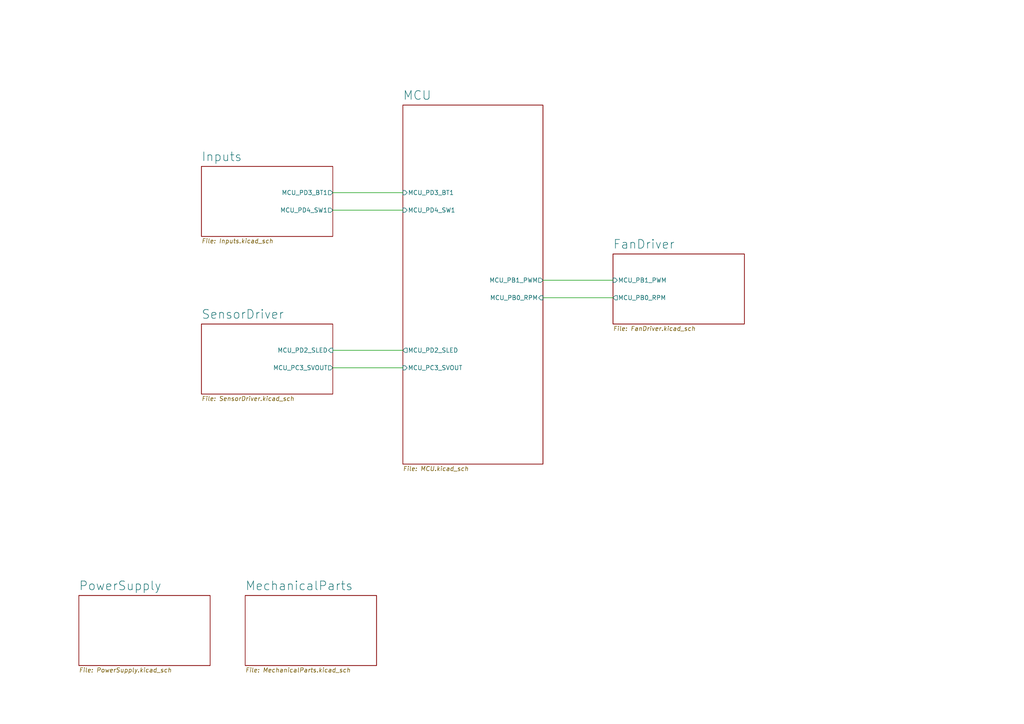
<source format=kicad_sch>
(kicad_sch (version 20211123) (generator eeschema)
  (paper "A4")
  (title_block (title "Hierarchy Schematic") (date "2022-09-06") (rev "v1.0.0") (company "Lizard Electronics") (comment 1 "Designed by: Manuel Lagarto"))
  (lib_symbols)
  (wire (pts (xy 96.52 55.88) (xy 116.84 55.88)))
  (wire (pts (xy 157.48 81.28) (xy 177.8 81.28)))
  (wire (pts (xy 96.52 101.6) (xy 116.84 101.6)))
  (wire (pts (xy 157.48 86.36) (xy 177.8 86.36)))
  (wire (pts (xy 96.52 60.96) (xy 116.84 60.96)))
  (wire (pts (xy 96.52 106.68) (xy 116.84 106.68)))
  (sheet (at 71.12 172.72) (size 38.1 20.32) (stroke (width 0.1524))
    (property "Sheet name" "MechanicalParts" (at 71.12 171.3734 0) (effects (font (size 2.54 2.54)) (justify left bottom)))
    (property "Sheet file" "MechanicalParts.kicad_sch" (at 71.12 193.6246 0) (effects (font italic) (justify left top)))
  )
  (sheet (at 177.8 73.66) (size 38.1 20.32) (stroke (width 0.1524))
    (property "Sheet name" "FanDriver" (at 177.8 72.3134 0) (effects (font (size 2.54 2.54)) (justify left bottom)))
    (property "Sheet file" "FanDriver.kicad_sch" (at 177.8 94.5646 0) (effects (font italic) (justify left top)))
    (pin "MCU_PB1_PWM" input (at 177.8 81.28 180))
    (pin "MCU_PB0_RPM" output (at 177.8 86.36 180))
  )
  (sheet (at 58.42 93.98) (size 38.1 20.32) (stroke (width 0.1524))
    (property "Sheet name" "SensorDriver" (at 58.42 92.6334 0) (effects (font (size 2.54 2.54)) (justify left bottom)))
    (property "Sheet file" "SensorDriver.kicad_sch" (at 58.42 114.8846 0) (effects (font italic) (justify left top)))
    (pin "MCU_PC3_SVOUT" output (at 96.52 106.68 0))
    (pin "MCU_PD2_SLED" input (at 96.52 101.6 0))
  )
  (sheet (at 22.86 172.72) (size 38.1 20.32) (stroke (width 0.1524))
    (property "Sheet name" "PowerSupply" (at 22.86 171.3734 0) (effects (font (size 2.54 2.54)) (justify left bottom)))
    (property "Sheet file" "PowerSupply.kicad_sch" (at 22.86 193.6246 0) (effects (font italic) (justify left top)))
  )
  (sheet (at 116.84 30.48) (size 40.64 104.14) (stroke (width 0.1524))
    (property "Sheet name" "MCU" (at 116.84 29.1334 0) (effects (font (size 2.54 2.54)) (justify left bottom)))
    (property "Sheet file" "MCU.kicad_sch" (at 116.84 135.2046 0) (effects (font italic) (justify left top)))
    (pin "MCU_PB1_PWM" output (at 157.48 81.28 0))
    (pin "MCU_PB0_RPM" input (at 157.48 86.36 0))
    (pin "MCU_PC3_SVOUT" input (at 116.84 106.68 180))
    (pin "MCU_PD2_SLED" output (at 116.84 101.6 180))
    (pin "MCU_PD3_BT1" input (at 116.84 55.88 180))
    (pin "MCU_PD4_SW1" input (at 116.84 60.96 180))
  )
  (sheet (at 58.42 48.26) (size 38.1 20.32) (stroke (width 0.1524))
    (property "Sheet name" "Inputs" (at 58.42 46.9134 0) (effects (font (size 2.54 2.54)) (justify left bottom)))
    (property "Sheet file" "Inputs.kicad_sch" (at 58.42 69.1646 0) (effects (font italic) (justify left top)))
    (pin "MCU_PD3_BT1" output (at 96.52 55.88 0))
    (pin "MCU_PD4_SW1" output (at 96.52 60.96 0))
  )
)
</source>
